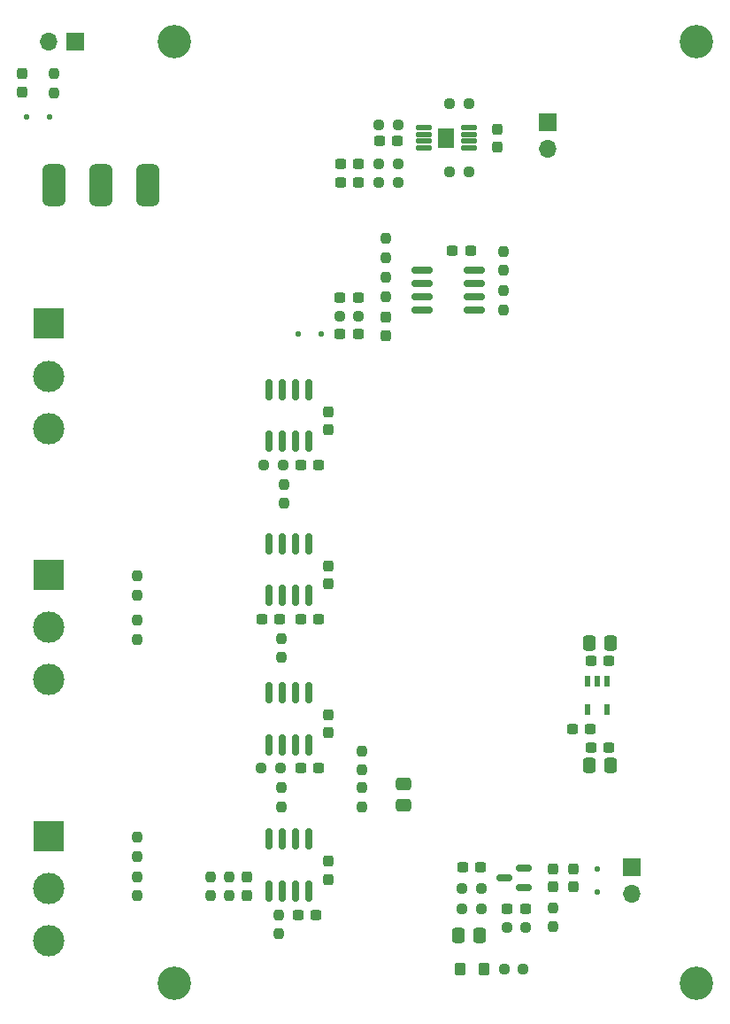
<source format=gbr>
%TF.GenerationSoftware,KiCad,Pcbnew,8.0.8*%
%TF.CreationDate,2025-03-23T00:17:45+01:00*%
%TF.ProjectId,am_receiver_v2,616d5f72-6563-4656-9976-65725f76322e,rev?*%
%TF.SameCoordinates,Original*%
%TF.FileFunction,Soldermask,Top*%
%TF.FilePolarity,Negative*%
%FSLAX46Y46*%
G04 Gerber Fmt 4.6, Leading zero omitted, Abs format (unit mm)*
G04 Created by KiCad (PCBNEW 8.0.8) date 2025-03-23 00:17:45*
%MOMM*%
%LPD*%
G01*
G04 APERTURE LIST*
G04 Aperture macros list*
%AMRoundRect*
0 Rectangle with rounded corners*
0 $1 Rounding radius*
0 $2 $3 $4 $5 $6 $7 $8 $9 X,Y pos of 4 corners*
0 Add a 4 corners polygon primitive as box body*
4,1,4,$2,$3,$4,$5,$6,$7,$8,$9,$2,$3,0*
0 Add four circle primitives for the rounded corners*
1,1,$1+$1,$2,$3*
1,1,$1+$1,$4,$5*
1,1,$1+$1,$6,$7*
1,1,$1+$1,$8,$9*
0 Add four rect primitives between the rounded corners*
20,1,$1+$1,$2,$3,$4,$5,0*
20,1,$1+$1,$4,$5,$6,$7,0*
20,1,$1+$1,$6,$7,$8,$9,0*
20,1,$1+$1,$8,$9,$2,$3,0*%
G04 Aperture macros list end*
%ADD10R,0.508000X1.003300*%
%ADD11RoundRect,0.250000X0.337500X0.475000X-0.337500X0.475000X-0.337500X-0.475000X0.337500X-0.475000X0*%
%ADD12RoundRect,0.237500X0.237500X-0.300000X0.237500X0.300000X-0.237500X0.300000X-0.237500X-0.300000X0*%
%ADD13RoundRect,0.125000X-0.600000X-0.125000X0.600000X-0.125000X0.600000X0.125000X-0.600000X0.125000X0*%
%ADD14R,1.570000X1.890000*%
%ADD15RoundRect,0.500000X-0.600000X-1.500000X0.600000X-1.500000X0.600000X1.500000X-0.600000X1.500000X0*%
%ADD16RoundRect,0.150000X0.150000X-0.825000X0.150000X0.825000X-0.150000X0.825000X-0.150000X-0.825000X0*%
%ADD17RoundRect,0.150000X-0.825000X-0.150000X0.825000X-0.150000X0.825000X0.150000X-0.825000X0.150000X0*%
%ADD18RoundRect,0.125000X-0.125000X0.125000X-0.125000X-0.125000X0.125000X-0.125000X0.125000X0.125000X0*%
%ADD19RoundRect,0.237500X0.300000X0.237500X-0.300000X0.237500X-0.300000X-0.237500X0.300000X-0.237500X0*%
%ADD20RoundRect,0.237500X-0.237500X0.250000X-0.237500X-0.250000X0.237500X-0.250000X0.237500X0.250000X0*%
%ADD21C,3.200000*%
%ADD22RoundRect,0.237500X0.237500X-0.250000X0.237500X0.250000X-0.237500X0.250000X-0.237500X-0.250000X0*%
%ADD23R,1.700000X1.700000*%
%ADD24O,1.700000X1.700000*%
%ADD25RoundRect,0.237500X-0.250000X-0.237500X0.250000X-0.237500X0.250000X0.237500X-0.250000X0.237500X0*%
%ADD26RoundRect,0.237500X0.250000X0.237500X-0.250000X0.237500X-0.250000X-0.237500X0.250000X-0.237500X0*%
%ADD27RoundRect,0.250000X0.475000X-0.337500X0.475000X0.337500X-0.475000X0.337500X-0.475000X-0.337500X0*%
%ADD28RoundRect,0.125000X0.125000X0.125000X-0.125000X0.125000X-0.125000X-0.125000X0.125000X-0.125000X0*%
%ADD29RoundRect,0.237500X-0.300000X-0.237500X0.300000X-0.237500X0.300000X0.237500X-0.300000X0.237500X0*%
%ADD30RoundRect,0.237500X0.237500X-0.287500X0.237500X0.287500X-0.237500X0.287500X-0.237500X-0.287500X0*%
%ADD31RoundRect,0.250000X0.275000X0.350000X-0.275000X0.350000X-0.275000X-0.350000X0.275000X-0.350000X0*%
%ADD32R,3.000000X3.000000*%
%ADD33C,3.000000*%
%ADD34RoundRect,0.237500X-0.237500X0.300000X-0.237500X-0.300000X0.237500X-0.300000X0.237500X0.300000X0*%
%ADD35RoundRect,0.250000X-0.337500X-0.475000X0.337500X-0.475000X0.337500X0.475000X-0.337500X0.475000X0*%
%ADD36RoundRect,0.150000X0.587500X0.150000X-0.587500X0.150000X-0.587500X-0.150000X0.587500X-0.150000X0*%
G04 APERTURE END LIST*
D10*
%TO.C,U5*%
X66450001Y-68852550D03*
X64549999Y-68852550D03*
X64549999Y-66147450D03*
X65500000Y-66147450D03*
X66450001Y-66147450D03*
%TD*%
D11*
%TO.C,C24*%
X66787500Y-62500000D03*
X64712500Y-62500000D03*
%TD*%
%TO.C,C23*%
X66787500Y-74250000D03*
X64712500Y-74250000D03*
%TD*%
D12*
%TO.C,C10*%
X55975000Y-15152500D03*
X55975000Y-13427500D03*
%TD*%
D13*
%TO.C,U6*%
X48895000Y-13250000D03*
X48895000Y-13900000D03*
X48895000Y-14550000D03*
X48895000Y-15200000D03*
X53195000Y-15200000D03*
X53195000Y-14550000D03*
X53195000Y-13900000D03*
X53195000Y-13250000D03*
D14*
X51045000Y-14225000D03*
%TD*%
D15*
%TO.C,SW1*%
X13500000Y-18750000D03*
X18000000Y-18750000D03*
X22500000Y-18750000D03*
%TD*%
D16*
%TO.C,U1*%
X34095000Y-86225000D03*
X35365000Y-86225000D03*
X36635000Y-86225000D03*
X37905000Y-86225000D03*
X37905000Y-81275000D03*
X36635000Y-81275000D03*
X35365000Y-81275000D03*
X34095000Y-81275000D03*
%TD*%
%TO.C,U2*%
X34095000Y-72225000D03*
X35365000Y-72225000D03*
X36635000Y-72225000D03*
X37905000Y-72225000D03*
X37905000Y-67275000D03*
X36635000Y-67275000D03*
X35365000Y-67275000D03*
X34095000Y-67275000D03*
%TD*%
%TO.C,U4*%
X34095000Y-43225000D03*
X35365000Y-43225000D03*
X36635000Y-43225000D03*
X37905000Y-43225000D03*
X37905000Y-38275000D03*
X36635000Y-38275000D03*
X35365000Y-38275000D03*
X34095000Y-38275000D03*
%TD*%
%TO.C,U3*%
X34095000Y-57975000D03*
X35365000Y-57975000D03*
X36635000Y-57975000D03*
X37905000Y-57975000D03*
X37905000Y-53025000D03*
X36635000Y-53025000D03*
X35365000Y-53025000D03*
X34095000Y-53025000D03*
%TD*%
D17*
%TO.C,U7*%
X48775000Y-26845000D03*
X48775000Y-28115000D03*
X48775000Y-29385000D03*
X48775000Y-30655000D03*
X53725000Y-30655000D03*
X53725000Y-29385000D03*
X53725000Y-28115000D03*
X53725000Y-26845000D03*
%TD*%
D18*
%TO.C,D2*%
X65500000Y-84110000D03*
X65500000Y-86310000D03*
%TD*%
D19*
%TO.C,C29*%
X38862501Y-45500000D03*
X37137499Y-45500000D03*
%TD*%
%TO.C,C28*%
X38862501Y-60250000D03*
X37137499Y-60250000D03*
%TD*%
%TO.C,C27*%
X38862501Y-74500000D03*
X37137499Y-74500000D03*
%TD*%
D20*
%TO.C,R30*%
X43000000Y-72837500D03*
X43000000Y-74662500D03*
%TD*%
%TO.C,R29*%
X43000000Y-76337500D03*
X43000000Y-78162500D03*
%TD*%
D19*
%TO.C,C26*%
X38612501Y-88500000D03*
X36887499Y-88500000D03*
%TD*%
D21*
%TO.C,H4*%
X25000000Y-95000000D03*
%TD*%
%TO.C,H3*%
X25000000Y-5000000D03*
%TD*%
%TO.C,H2*%
X75000000Y-95000000D03*
%TD*%
%TO.C,H1*%
X75000000Y-5000000D03*
%TD*%
D22*
%TO.C,R13*%
X35250000Y-63912500D03*
X35250000Y-62087500D03*
%TD*%
D23*
%TO.C,J1*%
X68775000Y-83960000D03*
D24*
X68775000Y-86500000D03*
%TD*%
D12*
%TO.C,C17*%
X39750000Y-42112501D03*
X39750000Y-40387499D03*
%TD*%
D25*
%TO.C,R6*%
X52587500Y-87960000D03*
X54412500Y-87960000D03*
%TD*%
D20*
%TO.C,R27*%
X21500000Y-56087500D03*
X21500000Y-57912500D03*
%TD*%
D12*
%TO.C,C19*%
X63250000Y-85822501D03*
X63250000Y-84097499D03*
%TD*%
D26*
%TO.C,R5*%
X58412500Y-93710000D03*
X56587500Y-93710000D03*
%TD*%
D23*
%TO.C,J2*%
X60750000Y-12750000D03*
D24*
X60750000Y-15290000D03*
%TD*%
D23*
%TO.C,J6*%
X15540000Y-5000000D03*
D24*
X13000000Y-5000000D03*
%TD*%
D19*
%TO.C,C7*%
X35112501Y-60250000D03*
X33387499Y-60250000D03*
%TD*%
D22*
%TO.C,R8*%
X35000000Y-90325000D03*
X35000000Y-88500000D03*
%TD*%
D19*
%TO.C,C8*%
X40887499Y-33000000D03*
X42612501Y-33000000D03*
%TD*%
D27*
%TO.C,C3*%
X47000000Y-75962500D03*
X47000000Y-78037500D03*
%TD*%
D28*
%TO.C,D3*%
X13099999Y-12250000D03*
X10900001Y-12250000D03*
%TD*%
D29*
%TO.C,C2*%
X56912499Y-87960001D03*
X58637501Y-87960001D03*
%TD*%
D30*
%TO.C,D4*%
X10500000Y-9874999D03*
X10500000Y-8125001D03*
%TD*%
D22*
%TO.C,R28*%
X13500000Y-9912500D03*
X13500000Y-8087500D03*
%TD*%
D12*
%TO.C,C6*%
X32000000Y-86612501D03*
X32000000Y-84887499D03*
%TD*%
D29*
%TO.C,C13*%
X42657501Y-18500000D03*
X40932499Y-18500000D03*
%TD*%
D19*
%TO.C,C22*%
X64862501Y-70750000D03*
X63137499Y-70750000D03*
%TD*%
D12*
%TO.C,C15*%
X39750000Y-71112501D03*
X39750000Y-69387499D03*
%TD*%
D29*
%TO.C,C18*%
X51637499Y-25000000D03*
X53362501Y-25000000D03*
%TD*%
D31*
%TO.C,FB1*%
X54650000Y-93710000D03*
X52350000Y-93710000D03*
%TD*%
D25*
%TO.C,R20*%
X51382500Y-17500000D03*
X53207500Y-17500000D03*
%TD*%
D22*
%TO.C,R2*%
X56500000Y-26912500D03*
X56500000Y-25087500D03*
%TD*%
D32*
%TO.C,RV2*%
X13000000Y-56000000D03*
D33*
X13000000Y-61000000D03*
X13000000Y-66000000D03*
%TD*%
D22*
%TO.C,R17*%
X45250000Y-29412500D03*
X45250000Y-27587500D03*
%TD*%
D25*
%TO.C,R21*%
X46457500Y-16750000D03*
X44632500Y-16750000D03*
%TD*%
D29*
%TO.C,C9*%
X40887499Y-29500000D03*
X42612501Y-29500000D03*
%TD*%
D22*
%TO.C,R9*%
X30250000Y-86662500D03*
X30250000Y-84837500D03*
%TD*%
%TO.C,R14*%
X35500000Y-49162500D03*
X35500000Y-47337500D03*
%TD*%
D26*
%TO.C,R11*%
X33337500Y-74500000D03*
X35162500Y-74500000D03*
%TD*%
D22*
%TO.C,R7*%
X56500000Y-30662500D03*
X56500000Y-28837500D03*
%TD*%
D29*
%TO.C,C11*%
X44682499Y-14500000D03*
X46407501Y-14500000D03*
%TD*%
D20*
%TO.C,R24*%
X21500000Y-84837500D03*
X21500000Y-86662500D03*
%TD*%
D19*
%TO.C,C21*%
X66612501Y-64250000D03*
X64887499Y-64250000D03*
%TD*%
D34*
%TO.C,C1*%
X61250000Y-84097499D03*
X61250000Y-85822501D03*
%TD*%
D33*
%TO.C,RV1*%
X13000000Y-91000000D03*
X13000000Y-86000000D03*
D32*
X13000000Y-81000000D03*
%TD*%
D22*
%TO.C,R12*%
X35250000Y-76337500D03*
X35250000Y-78162500D03*
%TD*%
D25*
%TO.C,R19*%
X53207500Y-11000000D03*
X51382500Y-11000000D03*
%TD*%
D35*
%TO.C,C4*%
X54287500Y-90460000D03*
X52212500Y-90460000D03*
%TD*%
D12*
%TO.C,C14*%
X39750000Y-85112501D03*
X39750000Y-83387499D03*
%TD*%
D19*
%TO.C,C25*%
X66612501Y-72500000D03*
X64887499Y-72500000D03*
%TD*%
D25*
%TO.C,R3*%
X56837500Y-89710000D03*
X58662500Y-89710000D03*
%TD*%
D20*
%TO.C,R1*%
X61250000Y-87797500D03*
X61250000Y-89622500D03*
%TD*%
D25*
%TO.C,R4*%
X52587500Y-85960000D03*
X54412500Y-85960000D03*
%TD*%
D26*
%TO.C,R15*%
X35412500Y-45500000D03*
X33587500Y-45500000D03*
%TD*%
D12*
%TO.C,C20*%
X45250000Y-33112501D03*
X45250000Y-31387499D03*
%TD*%
D25*
%TO.C,R22*%
X46457500Y-18500000D03*
X44632500Y-18500000D03*
%TD*%
D26*
%TO.C,R16*%
X40837500Y-31250000D03*
X42662500Y-31250000D03*
%TD*%
D20*
%TO.C,R26*%
X21500000Y-81087500D03*
X21500000Y-82912500D03*
%TD*%
D12*
%TO.C,C16*%
X39750000Y-56862501D03*
X39750000Y-55137499D03*
%TD*%
D22*
%TO.C,R10*%
X28500000Y-86662500D03*
X28500000Y-84837500D03*
%TD*%
D25*
%TO.C,R25*%
X46457500Y-13000000D03*
X44632500Y-13000000D03*
%TD*%
D19*
%TO.C,C5*%
X54362501Y-83960000D03*
X52637499Y-83960000D03*
%TD*%
D29*
%TO.C,C12*%
X42657501Y-16750000D03*
X40932499Y-16750000D03*
%TD*%
D28*
%TO.C,D1*%
X39099999Y-33000000D03*
X36900001Y-33000000D03*
%TD*%
D36*
%TO.C,Q1*%
X58462500Y-85910000D03*
X58462500Y-84010000D03*
X56587499Y-84960000D03*
%TD*%
D22*
%TO.C,R18*%
X45250000Y-25662500D03*
X45250000Y-23837500D03*
%TD*%
D20*
%TO.C,R23*%
X21500000Y-60337500D03*
X21500000Y-62162500D03*
%TD*%
D32*
%TO.C,RV3*%
X13000000Y-32000000D03*
D33*
X13000000Y-37000000D03*
X13000000Y-42000000D03*
%TD*%
M02*

</source>
